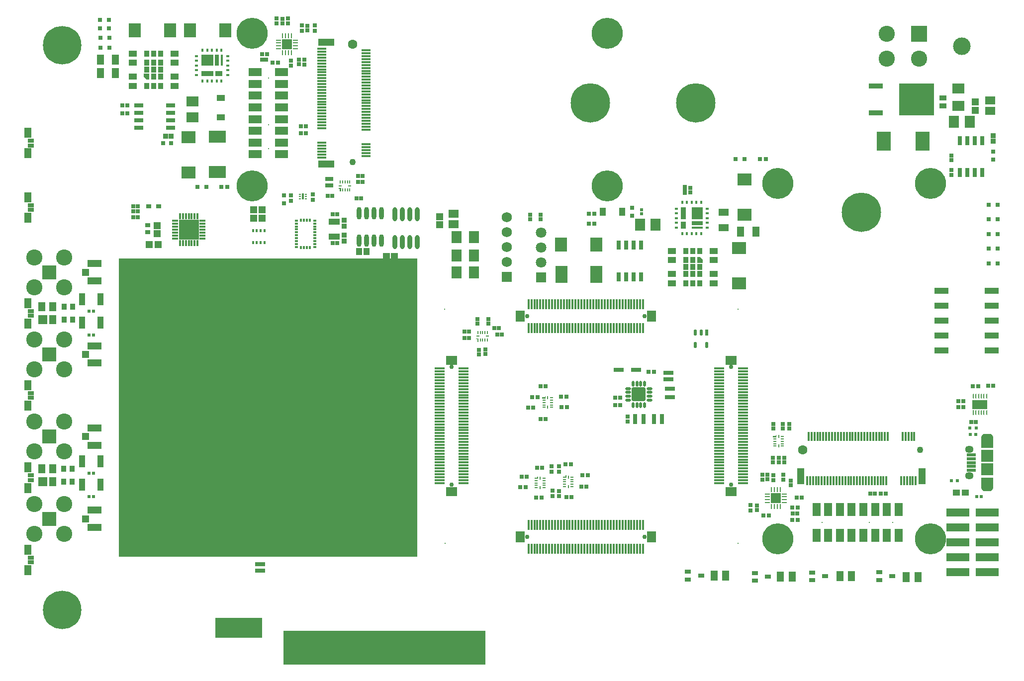
<source format=gts>
G04*
G04 #@! TF.GenerationSoftware,Altium Limited,Altium Designer,24.4.1 (13)*
G04*
G04 Layer_Color=8388736*
%FSLAX44Y44*%
%MOMM*%
G71*
G04*
G04 #@! TF.SameCoordinates,75237DE2-01F3-4C27-A3DE-89F3B29B8300*
G04*
G04*
G04 #@! TF.FilePolarity,Negative*
G04*
G01*
G75*
%ADD47R,0.5321X1.0383*%
G04:AMPARAMS|DCode=48|XSize=1.0383mm|YSize=0.5321mm|CornerRadius=0.2661mm|HoleSize=0mm|Usage=FLASHONLY|Rotation=270.000|XOffset=0mm|YOffset=0mm|HoleType=Round|Shape=RoundedRectangle|*
%AMROUNDEDRECTD48*
21,1,1.0383,0.0000,0,0,270.0*
21,1,0.5061,0.5321,0,0,270.0*
1,1,0.5321,0.0000,-0.2531*
1,1,0.5321,0.0000,0.2531*
1,1,0.5321,0.0000,0.2531*
1,1,0.5321,0.0000,-0.2531*
%
%ADD48ROUNDEDRECTD48*%
%ADD54R,0.3500X0.5000*%
%ADD59R,0.9000X0.7500*%
%ADD63R,0.9000X0.8000*%
%ADD70R,1.1546X1.7062*%
%ADD71R,1.1000X1.3500*%
%ADD72R,1.9900X2.3300*%
%ADD73R,0.7393X0.6725*%
%ADD75R,0.9000X1.0000*%
%ADD76C,0.7413*%
%ADD77R,1.4000X1.0000*%
G04:AMPARAMS|DCode=78|XSize=1.55mm|YSize=0.6mm|CornerRadius=0.051mm|HoleSize=0mm|Usage=FLASHONLY|Rotation=90.000|XOffset=0mm|YOffset=0mm|HoleType=Round|Shape=RoundedRectangle|*
%AMROUNDEDRECTD78*
21,1,1.5500,0.4980,0,0,90.0*
21,1,1.4480,0.6000,0,0,90.0*
1,1,0.1020,0.2490,0.7240*
1,1,0.1020,0.2490,-0.7240*
1,1,0.1020,-0.2490,-0.7240*
1,1,0.1020,-0.2490,0.7240*
%
%ADD78ROUNDEDRECTD78*%
%ADD79R,0.6682X0.6725*%
%ADD80R,2.4000X3.3000*%
%ADD81R,0.5000X0.5000*%
%ADD82R,1.3061X1.0582*%
%ADD83R,0.4750X0.5000*%
%ADD84R,2.4400X1.1300*%
%ADD85R,0.2225X0.8397*%
G04:AMPARAMS|DCode=86|XSize=0.8397mm|YSize=0.2225mm|CornerRadius=0.1112mm|HoleSize=0mm|Usage=FLASHONLY|Rotation=90.000|XOffset=0mm|YOffset=0mm|HoleType=Round|Shape=RoundedRectangle|*
%AMROUNDEDRECTD86*
21,1,0.8397,0.0000,0,0,90.0*
21,1,0.6172,0.2225,0,0,90.0*
1,1,0.2225,0.0000,0.3086*
1,1,0.2225,0.0000,-0.3086*
1,1,0.2225,0.0000,-0.3086*
1,1,0.2225,0.0000,0.3086*
%
%ADD86ROUNDEDRECTD86*%
%ADD92R,1.9000X1.1000*%
%ADD93R,0.8890X1.2954*%
%ADD94R,0.8890X2.1082*%
%ADD95R,1.8796X2.1082*%
%ADD96R,1.8796X0.6604*%
%ADD97R,1.8796X0.3556*%
%ADD98R,0.3302X0.5080*%
%ADD99R,0.5080X0.3302*%
%ADD102R,5.9182X5.5118*%
%ADD103R,2.4892X0.9398*%
%ADD104R,3.0000X2.0000*%
%ADD105R,2.3300X1.9900*%
%ADD106R,0.3000X1.5500*%
%ADD107R,1.2000X2.7500*%
%ADD108R,0.8128X0.2540*%
%ADD109R,0.2540X0.8128*%
%ADD110R,1.8034X1.8034*%
%ADD111R,0.8000X0.8000*%
%ADD116R,0.5811X0.5121*%
G04:AMPARAMS|DCode=118|XSize=1.55mm|YSize=0.6mm|CornerRadius=0.051mm|HoleSize=0mm|Usage=FLASHONLY|Rotation=0.000|XOffset=0mm|YOffset=0mm|HoleType=Round|Shape=RoundedRectangle|*
%AMROUNDEDRECTD118*
21,1,1.5500,0.4980,0,0,0.0*
21,1,1.4480,0.6000,0,0,0.0*
1,1,0.1020,0.7240,-0.2490*
1,1,0.1020,-0.7240,-0.2490*
1,1,0.1020,-0.7240,0.2490*
1,1,0.1020,0.7240,0.2490*
%
%ADD118ROUNDEDRECTD118*%
%ADD120R,0.7000X0.7000*%
%ADD122R,0.7000X0.7000*%
%ADD125R,0.3700X0.2400*%
%ADD126R,0.4000X1.0800*%
%ADD131R,1.5500X0.3000*%
%ADD132R,2.7500X1.2000*%
%ADD133R,1.2954X0.8890*%
%ADD134R,2.1082X0.8890*%
%ADD135R,2.1082X1.8796*%
%ADD136R,0.6604X1.8796*%
%ADD137R,0.3556X1.8796*%
%ADD138R,0.7154X0.6725*%
%ADD139R,0.5121X0.5811*%
%ADD140R,1.7062X1.1546*%
%ADD141R,2.0000X3.0000*%
%ADD143R,1.3500X1.1000*%
%ADD144R,0.6725X0.7393*%
%ADD145R,0.6725X0.7154*%
%ADD148R,0.5250X0.4000*%
%ADD149R,0.5250X0.4000*%
%ADD150R,0.3000X0.5250*%
%ADD151R,0.3000X0.5250*%
%ADD152R,8.0000X3.4500*%
%ADD153R,34.4000X5.8500*%
%ADD154R,1.7531X0.4531*%
%ADD155R,1.9032X1.5532*%
%ADD156R,1.5532X1.9032*%
%ADD157R,0.4531X1.7531*%
%ADD158R,1.6532X1.3532*%
%ADD159R,1.1032X0.7032*%
%ADD160R,1.2032X0.9232*%
%ADD161R,0.9144X4.3942*%
%ADD162R,0.9144X3.4036*%
%ADD163R,1.1532X1.6532*%
%ADD164R,0.8532X0.8032*%
%ADD165R,1.0032X1.1532*%
%ADD166O,0.8032X2.4032*%
%ADD167O,0.8032X2.1032*%
%ADD168R,2.0032X0.4532*%
%ADD169R,1.2032X1.6032*%
%ADD170R,1.6032X1.6032*%
%ADD171R,1.3232X2.3082*%
%ADD172R,1.2532X1.2032*%
%ADD173R,2.4032X1.2532*%
%ADD174R,0.9032X1.1032*%
%ADD175R,1.1532X1.1532*%
%ADD176R,1.1032X0.4632*%
%ADD177R,0.4632X1.1032*%
%ADD178R,3.4532X3.4532*%
%ADD179R,1.0532X0.5032*%
%ADD180R,1.6532X2.1032*%
%ADD181R,1.7032X2.0532*%
%ADD182R,2.5500X1.6500*%
%ADD183R,0.6532X0.6532*%
%ADD184R,0.9232X0.9232*%
%ADD185R,3.8832X1.4732*%
G04:AMPARAMS|DCode=186|XSize=0.5032mm|YSize=0.9532mm|CornerRadius=0.1511mm|HoleSize=0mm|Usage=FLASHONLY|Rotation=180.000|XOffset=0mm|YOffset=0mm|HoleType=Round|Shape=RoundedRectangle|*
%AMROUNDEDRECTD186*
21,1,0.5032,0.6510,0,0,180.0*
21,1,0.2010,0.9532,0,0,180.0*
1,1,0.3022,-0.1005,0.3255*
1,1,0.3022,0.1005,0.3255*
1,1,0.3022,0.1005,-0.3255*
1,1,0.3022,-0.1005,-0.3255*
%
%ADD186ROUNDEDRECTD186*%
G04:AMPARAMS|DCode=187|XSize=0.5032mm|YSize=0.9532mm|CornerRadius=0.1511mm|HoleSize=0mm|Usage=FLASHONLY|Rotation=90.000|XOffset=0mm|YOffset=0mm|HoleType=Round|Shape=RoundedRectangle|*
%AMROUNDEDRECTD187*
21,1,0.5032,0.6510,0,0,90.0*
21,1,0.2010,0.9532,0,0,90.0*
1,1,0.3022,0.3255,0.1005*
1,1,0.3022,0.3255,-0.1005*
1,1,0.3022,-0.3255,-0.1005*
1,1,0.3022,-0.3255,0.1005*
%
%ADD187ROUNDEDRECTD187*%
G04:AMPARAMS|DCode=188|XSize=2.3032mm|YSize=2.3032mm|CornerRadius=0.1541mm|HoleSize=0mm|Usage=FLASHONLY|Rotation=90.000|XOffset=0mm|YOffset=0mm|HoleType=Round|Shape=RoundedRectangle|*
%AMROUNDEDRECTD188*
21,1,2.3032,1.9950,0,0,90.0*
21,1,1.9950,2.3032,0,0,90.0*
1,1,0.3082,0.9975,0.9975*
1,1,0.3082,0.9975,-0.9975*
1,1,0.3082,-0.9975,-0.9975*
1,1,0.3082,-0.9975,0.9975*
%
%ADD188ROUNDEDRECTD188*%
%ADD189R,2.1032X2.0032*%
%ADD190R,1.5532X0.6032*%
%ADD191C,0.1800*%
%ADD192R,0.6000X0.2000*%
%ADD193R,0.2000X0.6000*%
%ADD194R,1.0032X0.7032*%
%ADD195R,1.2032X1.7032*%
%ADD196R,0.6532X0.6532*%
%ADD197R,0.7532X0.7532*%
%ADD198R,0.8032X0.8532*%
%ADD199R,0.8832X0.8432*%
%ADD200R,1.2532X1.3032*%
%ADD201R,0.8432X0.8832*%
%ADD202R,1.3032X1.2532*%
%ADD203R,2.3082X1.3232*%
%ADD204R,0.7032X0.6532*%
%ADD205R,0.6000X0.2000*%
%ADD206R,0.2000X0.6000*%
%ADD207R,0.6532X0.7032*%
%ADD208R,0.7532X0.7532*%
%ADD209R,2.0532X1.7032*%
%ADD210R,2.1032X1.6532*%
%ADD211R,2.1032X1.7782*%
%ADD212R,2.4532X2.4532*%
%ADD213C,2.7532*%
%ADD214C,0.7534*%
%ADD215C,6.2992*%
%ADD216C,2.7432*%
%ADD217C,0.2032*%
%ADD218C,2.7500*%
%ADD219R,2.7500X2.7500*%
%ADD220C,2.9972*%
%ADD221C,1.7532*%
%ADD222R,1.7532X1.7532*%
%ADD223C,1.8032*%
%ADD224R,1.8032X1.8032*%
%ADD225O,2.1032X1.4032*%
%ADD226O,1.4532X1.2532*%
%ADD227C,1.1000*%
%ADD228C,1.6000*%
%ADD229C,6.7032*%
%ADD230C,6.5532*%
%ADD231R,0.2032X0.2032*%
%ADD232C,5.2832*%
G36*
X223500Y998000D02*
X219000D01*
X214500Y1002500D01*
Y1008000D01*
X223500D01*
Y998000D01*
D02*
G37*
G36*
X550000Y807500D02*
X548000D01*
Y812000D01*
X546000D01*
Y813500D01*
X550000D01*
Y807500D01*
D02*
G37*
G36*
X1165500Y691500D02*
Y686000D01*
X1156500D01*
Y696000D01*
X1161000D01*
X1165500Y691500D01*
D02*
G37*
G36*
X784000Y551500D02*
X782000D01*
Y556000D01*
X780000D01*
Y557500D01*
X784000D01*
Y551500D01*
D02*
G37*
G36*
X898500Y455000D02*
X892500D01*
Y457000D01*
X897000D01*
Y459000D01*
X898500D01*
Y455000D01*
D02*
G37*
G36*
X1291500Y389000D02*
X1285500D01*
Y391000D01*
X1290000D01*
Y393000D01*
X1291500D01*
Y389000D01*
D02*
G37*
G36*
X933500Y320000D02*
X927500D01*
Y322000D01*
X932000D01*
Y324000D01*
X933500D01*
Y320000D01*
D02*
G37*
G36*
X885500Y318000D02*
X879500D01*
Y320000D01*
X884000D01*
Y322000D01*
X885500D01*
Y318000D01*
D02*
G37*
G36*
X679500Y185500D02*
X172000D01*
Y693000D01*
X679500D01*
Y185500D01*
D02*
G37*
D47*
X1172383Y567662D02*
D03*
D48*
X1153382D02*
D03*
X1172383Y546338D02*
D03*
X1153382D02*
D03*
X1162883Y567662D02*
D03*
D54*
X413071Y720741D02*
D03*
X419571D02*
D03*
Y741241D02*
D03*
X413071D02*
D03*
X406571D02*
D03*
X400071D02*
D03*
X406571Y720741D02*
D03*
X400071D02*
D03*
D59*
X220853Y738025D02*
D03*
Y750025D02*
D03*
D63*
X239853Y782525D02*
D03*
X222853D02*
D03*
D70*
X1230484Y739000D02*
D03*
X1256000D02*
D03*
X140242Y1009000D02*
D03*
X165758D02*
D03*
X140242Y1032000D02*
D03*
X165758D02*
D03*
D71*
X1028500Y773000D02*
D03*
X995500D02*
D03*
D72*
X924800Y717000D02*
D03*
X985000D02*
D03*
X353100Y1082000D02*
D03*
X292900D02*
D03*
X259100Y1082000D02*
D03*
X198900D02*
D03*
D73*
X981027Y769500D02*
D03*
X971695D02*
D03*
D75*
X1137000Y691000D02*
D03*
X1149000D02*
D03*
X1137000Y667000D02*
D03*
X1149000D02*
D03*
X1161000D02*
D03*
X1137000Y679000D02*
D03*
X1149000D02*
D03*
X1161000D02*
D03*
Y651500D02*
D03*
X1149000D02*
D03*
X1137000D02*
D03*
Y706500D02*
D03*
X1149000D02*
D03*
X1161000D02*
D03*
X243000Y1003000D02*
D03*
Y1027000D02*
D03*
X231000D02*
D03*
X219000D02*
D03*
X243000Y1015000D02*
D03*
X219000D02*
D03*
Y1042500D02*
D03*
X231000D02*
D03*
X243000D02*
D03*
Y987500D02*
D03*
X231000D02*
D03*
X219000D02*
D03*
X231000Y1015000D02*
D03*
Y1003000D02*
D03*
D76*
X1160620Y690556D02*
D03*
X219380Y1003444D02*
D03*
D77*
X1113500Y651500D02*
D03*
Y667000D02*
D03*
Y691000D02*
D03*
Y706500D02*
D03*
X1184500Y667000D02*
D03*
Y651500D02*
D03*
Y691000D02*
D03*
Y706500D02*
D03*
X266500Y1042500D02*
D03*
Y1027000D02*
D03*
Y1003000D02*
D03*
Y987500D02*
D03*
X195500Y1027000D02*
D03*
Y1042500D02*
D03*
Y1003000D02*
D03*
Y987500D02*
D03*
D78*
X1022630Y662000D02*
D03*
X1035330D02*
D03*
X1060730Y716000D02*
D03*
X1048030D02*
D03*
X1035330D02*
D03*
X1022630D02*
D03*
X1048030Y662000D02*
D03*
X1060730D02*
D03*
X1642050Y840000D02*
D03*
X1629350D02*
D03*
X1603950Y894000D02*
D03*
X1616650D02*
D03*
X1629350D02*
D03*
X1642050D02*
D03*
X1616650Y840000D02*
D03*
X1603950D02*
D03*
D79*
X1262979Y863000D02*
D03*
X1273021D02*
D03*
X356021Y815000D02*
D03*
X345979D02*
D03*
D80*
X1474000Y893000D02*
D03*
X1540000D02*
D03*
D81*
X1631000Y394000D02*
D03*
X1621000D02*
D03*
X1589000Y315000D02*
D03*
X1599000D02*
D03*
D82*
X1597239Y295000D02*
D03*
X1612761D02*
D03*
D83*
X1620875Y405000D02*
D03*
X1631125D02*
D03*
D84*
X1658000Y536700D02*
D03*
Y562100D02*
D03*
Y587500D02*
D03*
Y612900D02*
D03*
Y638300D02*
D03*
X1572000D02*
D03*
Y612900D02*
D03*
Y587500D02*
D03*
Y562100D02*
D03*
Y536700D02*
D03*
D85*
X1626500Y430690D02*
D03*
D86*
X1631000D02*
D03*
X1635500D02*
D03*
X1640000D02*
D03*
X1644500D02*
D03*
X1649000D02*
D03*
Y459000D02*
D03*
X1644500D02*
D03*
X1640000D02*
D03*
X1635500D02*
D03*
X1631000D02*
D03*
X1626500D02*
D03*
D92*
X538591Y756000D02*
D03*
Y731000D02*
D03*
D93*
X1133000Y750250D02*
D03*
D94*
Y770250D02*
D03*
D95*
X1156100D02*
D03*
D96*
Y753650D02*
D03*
D97*
Y745550D02*
D03*
D98*
X1163000Y735834D02*
D03*
X1155000D02*
D03*
X1147000D02*
D03*
X1139000D02*
D03*
X1131000D02*
D03*
Y788666D02*
D03*
X1139000D02*
D03*
X1147000D02*
D03*
X1155000D02*
D03*
X1163000D02*
D03*
X346416Y995584D02*
D03*
X338416D02*
D03*
X330416D02*
D03*
X322416D02*
D03*
X314416D02*
D03*
Y1048416D02*
D03*
X322416D02*
D03*
X330416D02*
D03*
X338416D02*
D03*
X346416D02*
D03*
D99*
X1120584Y746250D02*
D03*
Y754250D02*
D03*
Y762250D02*
D03*
Y770250D02*
D03*
Y778250D02*
D03*
X1173416D02*
D03*
Y770250D02*
D03*
Y762250D02*
D03*
Y754250D02*
D03*
Y746250D02*
D03*
X356832Y1038000D02*
D03*
Y1030000D02*
D03*
Y1022000D02*
D03*
Y1014000D02*
D03*
Y1006000D02*
D03*
X304000D02*
D03*
Y1014000D02*
D03*
Y1022000D02*
D03*
Y1030000D02*
D03*
Y1038000D02*
D03*
D102*
X1529653Y964000D02*
D03*
D103*
X1460438Y941140D02*
D03*
Y986860D02*
D03*
D104*
X339124Y840590D02*
D03*
Y900590D02*
D03*
D105*
X1228000Y650900D02*
D03*
Y711100D02*
D03*
X1237000Y767900D02*
D03*
Y828100D02*
D03*
X290000Y900100D02*
D03*
Y839900D02*
D03*
D106*
X1528500Y315000D02*
D03*
X1523500D02*
D03*
X1518500D02*
D03*
X1513500D02*
D03*
X1508500D02*
D03*
X1503500D02*
D03*
X1526000Y390500D02*
D03*
X1521000D02*
D03*
X1516000D02*
D03*
X1511000D02*
D03*
X1506000D02*
D03*
X1478500Y315000D02*
D03*
X1476000Y390500D02*
D03*
X1473500Y315000D02*
D03*
X1471000Y390500D02*
D03*
X1468500Y315000D02*
D03*
X1466000Y390500D02*
D03*
X1463500Y315000D02*
D03*
X1461000Y390500D02*
D03*
X1458500Y315000D02*
D03*
X1456000Y390500D02*
D03*
X1453500Y315000D02*
D03*
X1451000Y390500D02*
D03*
X1448500Y315000D02*
D03*
X1446000Y390500D02*
D03*
X1443500Y315000D02*
D03*
X1441000Y390500D02*
D03*
X1438500Y315000D02*
D03*
X1436000Y390500D02*
D03*
X1433500Y315000D02*
D03*
X1431000Y390500D02*
D03*
X1428500Y315000D02*
D03*
X1426000Y390500D02*
D03*
X1423500Y315000D02*
D03*
X1421000Y390500D02*
D03*
X1418500Y315000D02*
D03*
X1416000Y390500D02*
D03*
X1413500Y315000D02*
D03*
X1411000Y390500D02*
D03*
X1408500Y315000D02*
D03*
X1406000Y390500D02*
D03*
X1403500Y315000D02*
D03*
X1401000Y390500D02*
D03*
X1398500Y315000D02*
D03*
X1396000Y390500D02*
D03*
X1393500Y315000D02*
D03*
X1391000Y390500D02*
D03*
X1388500Y315000D02*
D03*
X1386000Y390500D02*
D03*
X1383500Y315000D02*
D03*
X1381000Y390500D02*
D03*
X1378500Y315000D02*
D03*
X1376000Y390500D02*
D03*
X1373500Y315000D02*
D03*
X1371000Y390500D02*
D03*
X1368500Y315000D02*
D03*
X1366000Y390500D02*
D03*
X1363500Y315000D02*
D03*
X1361000Y390500D02*
D03*
X1358500Y315000D02*
D03*
X1356000Y390500D02*
D03*
X1353500Y315000D02*
D03*
X1351000Y390500D02*
D03*
X1348500Y315000D02*
D03*
X1346000Y390500D02*
D03*
X1343500Y315000D02*
D03*
X1481000Y390500D02*
D03*
D107*
X1539500Y322750D02*
D03*
X1332500D02*
D03*
D108*
X443522Y1065500D02*
D03*
Y1060500D02*
D03*
Y1055500D02*
D03*
Y1050500D02*
D03*
X472478D02*
D03*
Y1055500D02*
D03*
Y1060500D02*
D03*
Y1065500D02*
D03*
X1304478Y292500D02*
D03*
Y287500D02*
D03*
Y282500D02*
D03*
Y277500D02*
D03*
X1275522D02*
D03*
Y282500D02*
D03*
Y287500D02*
D03*
Y292500D02*
D03*
D109*
X450500Y1043522D02*
D03*
X455500D02*
D03*
X460500D02*
D03*
X465500D02*
D03*
Y1072478D02*
D03*
X460500D02*
D03*
X455500D02*
D03*
X450500D02*
D03*
X1282500Y299478D02*
D03*
X1287500D02*
D03*
X1292500D02*
D03*
X1297500D02*
D03*
Y270522D02*
D03*
X1292500D02*
D03*
X1287500D02*
D03*
X1282500D02*
D03*
D110*
X458000Y1058000D02*
D03*
X1290000Y285000D02*
D03*
D111*
X1652500Y785000D02*
D03*
X1667500D02*
D03*
Y735000D02*
D03*
X1652500D02*
D03*
X1667500Y710000D02*
D03*
X1652500D02*
D03*
X1667500Y685000D02*
D03*
X1652500D02*
D03*
X140000Y1100000D02*
D03*
X155000D02*
D03*
X1652500Y760000D02*
D03*
X1667500D02*
D03*
X1237000Y863000D02*
D03*
X1222000D02*
D03*
X305500Y815000D02*
D03*
X320500D02*
D03*
X155500Y1052000D02*
D03*
X140500D02*
D03*
X155500Y1069500D02*
D03*
X140500D02*
D03*
X155000Y1085000D02*
D03*
X140000D02*
D03*
D116*
X121345Y328000D02*
D03*
X128655D02*
D03*
Y563000D02*
D03*
X121345D02*
D03*
X128655Y288000D02*
D03*
X121345D02*
D03*
X128655Y604000D02*
D03*
X121345D02*
D03*
X1639655Y288000D02*
D03*
X1632345D02*
D03*
D118*
X205500Y954050D02*
D03*
Y941350D02*
D03*
X259500Y915950D02*
D03*
Y928650D02*
D03*
Y941350D02*
D03*
X205500Y928650D02*
D03*
Y915950D02*
D03*
X259500Y954050D02*
D03*
D120*
X247000Y890000D02*
D03*
X261000D02*
D03*
D122*
X1660000Y861870D02*
D03*
Y875870D02*
D03*
X1046000Y766000D02*
D03*
Y780000D02*
D03*
X453000Y787000D02*
D03*
Y801000D02*
D03*
D125*
X479850Y803026D02*
D03*
Y799026D02*
D03*
Y795026D02*
D03*
X490150D02*
D03*
Y799026D02*
D03*
Y803026D02*
D03*
D126*
X485000Y799026D02*
D03*
D131*
X592750Y913000D02*
D03*
X517250Y1050500D02*
D03*
X592750Y1048000D02*
D03*
X517250Y1045500D02*
D03*
X592750Y1043000D02*
D03*
X517250Y1040500D02*
D03*
X592750Y1038000D02*
D03*
X517250Y1035500D02*
D03*
X592750Y1033000D02*
D03*
X517250Y1030500D02*
D03*
X592750Y1028000D02*
D03*
X517250Y1025500D02*
D03*
X592750Y1023000D02*
D03*
X517250Y1020500D02*
D03*
X592750Y1018000D02*
D03*
X517250Y1015500D02*
D03*
X592750Y1013000D02*
D03*
X517250Y1010500D02*
D03*
X592750Y1008000D02*
D03*
X517250Y1005500D02*
D03*
X592750Y1003000D02*
D03*
X517250Y1000500D02*
D03*
X592750Y998000D02*
D03*
X517250Y995500D02*
D03*
X592750Y993000D02*
D03*
X517250Y990500D02*
D03*
X592750Y988000D02*
D03*
X517250Y985500D02*
D03*
X592750Y983000D02*
D03*
X517250Y980500D02*
D03*
X592750Y978000D02*
D03*
X517250Y975500D02*
D03*
X592750Y973000D02*
D03*
X517250Y970500D02*
D03*
X592750Y968000D02*
D03*
X517250Y965500D02*
D03*
X592750Y963000D02*
D03*
X517250Y960500D02*
D03*
X592750Y958000D02*
D03*
X517250Y955500D02*
D03*
X592750Y953000D02*
D03*
X517250Y950500D02*
D03*
X592750Y948000D02*
D03*
X517250Y945500D02*
D03*
X592750Y943000D02*
D03*
X517250Y940500D02*
D03*
X592750Y938000D02*
D03*
X517250Y935500D02*
D03*
X592750Y933000D02*
D03*
X517250Y930500D02*
D03*
X592750Y928000D02*
D03*
X517250Y925500D02*
D03*
X592750Y923000D02*
D03*
X517250Y920500D02*
D03*
X592750Y918000D02*
D03*
X517250Y915500D02*
D03*
X592750Y888000D02*
D03*
Y883000D02*
D03*
Y878000D02*
D03*
Y873000D02*
D03*
Y868000D02*
D03*
X517250Y890500D02*
D03*
Y885500D02*
D03*
Y880500D02*
D03*
Y875500D02*
D03*
Y870500D02*
D03*
Y865500D02*
D03*
D132*
X525000Y1061500D02*
D03*
Y854500D02*
D03*
D133*
X342416Y1008000D02*
D03*
D134*
X322416D02*
D03*
D135*
Y1031100D02*
D03*
D136*
X339016D02*
D03*
D137*
X347116D02*
D03*
D138*
X981146Y752500D02*
D03*
X971575D02*
D03*
D139*
X1062000Y769345D02*
D03*
Y776655D02*
D03*
D140*
X1201000Y771758D02*
D03*
Y746242D02*
D03*
D141*
X925000Y666000D02*
D03*
X985000D02*
D03*
D143*
X345000Y966500D02*
D03*
Y933500D02*
D03*
D144*
X502000Y802666D02*
D03*
Y793334D02*
D03*
D145*
X465000Y791214D02*
D03*
Y800786D02*
D03*
D148*
X473966Y758000D02*
D03*
X473966Y748000D02*
D03*
X473966Y738000D02*
D03*
Y733000D02*
D03*
X473966Y723000D02*
D03*
X473966Y713000D02*
D03*
X505216Y758000D02*
D03*
X505216Y748000D02*
D03*
X505216Y738000D02*
D03*
Y733000D02*
D03*
X505216Y723000D02*
D03*
X505216Y713000D02*
D03*
D149*
X473966Y753000D02*
D03*
Y743000D02*
D03*
Y728000D02*
D03*
Y718000D02*
D03*
X505216Y753000D02*
D03*
Y743000D02*
D03*
Y728000D02*
D03*
Y718000D02*
D03*
D150*
X497091Y758625D02*
D03*
X482091D02*
D03*
Y712375D02*
D03*
X497091D02*
D03*
D151*
X492091Y758625D02*
D03*
X487091D02*
D03*
X487091Y712375D02*
D03*
X492091D02*
D03*
D152*
X376000Y64626D02*
D03*
D153*
X624000Y30626D02*
D03*
D154*
X1234624Y315932D02*
D03*
X1194126Y450930D02*
D03*
Y315932D02*
D03*
Y310930D02*
D03*
X1234624D02*
D03*
Y335932D02*
D03*
Y360930D02*
D03*
Y385932D02*
D03*
Y410930D02*
D03*
Y435931D02*
D03*
Y460930D02*
D03*
Y485931D02*
D03*
X1194126Y335932D02*
D03*
Y360930D02*
D03*
Y385932D02*
D03*
Y410930D02*
D03*
Y435931D02*
D03*
Y460930D02*
D03*
Y485931D02*
D03*
Y320930D02*
D03*
X1234624D02*
D03*
X1194126Y455931D02*
D03*
X1234624Y420930D02*
D03*
Y405932D02*
D03*
X1194126Y465931D02*
D03*
X1234624Y505931D02*
D03*
X1194126Y480930D02*
D03*
Y505931D02*
D03*
Y490930D02*
D03*
X1234624Y390930D02*
D03*
Y425932D02*
D03*
Y500930D02*
D03*
X1194126Y495931D02*
D03*
X1234624Y395932D02*
D03*
Y480930D02*
D03*
Y465931D02*
D03*
Y490930D02*
D03*
Y415932D02*
D03*
Y400930D02*
D03*
Y430930D02*
D03*
Y445931D02*
D03*
Y450930D02*
D03*
Y475931D02*
D03*
Y440930D02*
D03*
X1194126Y500930D02*
D03*
X1234624Y495931D02*
D03*
X1194126Y475931D02*
D03*
X1234624Y375932D02*
D03*
Y380930D02*
D03*
Y470930D02*
D03*
Y455931D02*
D03*
X1194126Y440930D02*
D03*
Y445931D02*
D03*
X1234624Y345932D02*
D03*
X1194126Y405932D02*
D03*
Y395932D02*
D03*
X1234624Y330930D02*
D03*
X1194126Y420930D02*
D03*
Y380930D02*
D03*
Y370930D02*
D03*
Y350930D02*
D03*
X1234624Y340930D02*
D03*
Y365932D02*
D03*
X1194126Y415932D02*
D03*
Y470930D02*
D03*
Y340930D02*
D03*
Y330930D02*
D03*
X1234624Y325932D02*
D03*
Y355932D02*
D03*
Y370930D02*
D03*
Y350930D02*
D03*
X1194126Y390930D02*
D03*
Y400930D02*
D03*
Y345932D02*
D03*
Y375932D02*
D03*
Y355932D02*
D03*
Y325932D02*
D03*
Y365932D02*
D03*
Y430930D02*
D03*
Y425932D02*
D03*
X717899Y500955D02*
D03*
X758397Y365956D02*
D03*
Y500955D02*
D03*
Y505956D02*
D03*
X717899D02*
D03*
Y480955D02*
D03*
Y455956D02*
D03*
Y430955D02*
D03*
Y405956D02*
D03*
Y380955D02*
D03*
Y355956D02*
D03*
Y330955D02*
D03*
X758397Y480955D02*
D03*
Y455956D02*
D03*
Y430955D02*
D03*
Y405956D02*
D03*
Y380955D02*
D03*
Y355956D02*
D03*
Y330955D02*
D03*
Y495956D02*
D03*
X717899D02*
D03*
X758397Y360955D02*
D03*
X717899Y395956D02*
D03*
Y410955D02*
D03*
X758397Y350955D02*
D03*
X717899Y310955D02*
D03*
X758397Y335956D02*
D03*
Y310955D02*
D03*
Y325956D02*
D03*
X717899Y425956D02*
D03*
Y390955D02*
D03*
Y315956D02*
D03*
X758397Y320955D02*
D03*
X717899Y420955D02*
D03*
Y335956D02*
D03*
Y350955D02*
D03*
Y325956D02*
D03*
Y400955D02*
D03*
Y415956D02*
D03*
Y385956D02*
D03*
Y370955D02*
D03*
Y365956D02*
D03*
Y340955D02*
D03*
Y375956D02*
D03*
X758397Y315956D02*
D03*
X717899Y320955D02*
D03*
X758397Y340955D02*
D03*
X717899Y440955D02*
D03*
Y435956D02*
D03*
Y345956D02*
D03*
Y360955D02*
D03*
X758397Y375956D02*
D03*
Y370955D02*
D03*
X717899Y470955D02*
D03*
X758397Y410955D02*
D03*
Y420955D02*
D03*
X717899Y485956D02*
D03*
X758397Y395956D02*
D03*
Y435956D02*
D03*
Y445956D02*
D03*
Y465956D02*
D03*
X717899Y475956D02*
D03*
Y450955D02*
D03*
X758397Y400955D02*
D03*
Y345956D02*
D03*
Y475956D02*
D03*
Y485956D02*
D03*
X717899Y490955D02*
D03*
Y460955D02*
D03*
Y445956D02*
D03*
Y465956D02*
D03*
X758397Y425956D02*
D03*
Y415956D02*
D03*
Y470955D02*
D03*
Y440955D02*
D03*
Y460955D02*
D03*
Y490955D02*
D03*
Y450955D02*
D03*
Y385956D02*
D03*
Y390955D02*
D03*
D155*
X1214261Y296693D02*
D03*
Y520193D02*
D03*
X738261D02*
D03*
Y296693D02*
D03*
D156*
X855011Y595193D02*
D03*
X1078511D02*
D03*
Y219193D02*
D03*
X855011D02*
D03*
D157*
X949273Y575058D02*
D03*
X944274D02*
D03*
X1009273D02*
D03*
X1049273D02*
D03*
X1019273D02*
D03*
X999273D02*
D03*
X1029273D02*
D03*
X974274D02*
D03*
X984274D02*
D03*
X1024274Y615556D02*
D03*
X1004274D02*
D03*
X1019273D02*
D03*
X1049273D02*
D03*
X1044274Y575058D02*
D03*
X1034274D02*
D03*
X904275D02*
D03*
X959273D02*
D03*
X1009273Y615556D02*
D03*
X1034274D02*
D03*
X1024274Y575058D02*
D03*
X1004274D02*
D03*
X994274D02*
D03*
X954274D02*
D03*
X1044274Y615556D02*
D03*
X979273Y575058D02*
D03*
X969273D02*
D03*
X1029273Y615556D02*
D03*
X929273Y575058D02*
D03*
X934274D02*
D03*
X919273Y615556D02*
D03*
X904275D02*
D03*
X994274D02*
D03*
X999273D02*
D03*
X899273Y575058D02*
D03*
X879273Y615556D02*
D03*
X874275Y575058D02*
D03*
X934274Y615556D02*
D03*
X899273D02*
D03*
X924274D02*
D03*
X929273D02*
D03*
X944274D02*
D03*
X974274D02*
D03*
X959273D02*
D03*
X884275D02*
D03*
X909273D02*
D03*
X894275D02*
D03*
X979273D02*
D03*
X879273Y575058D02*
D03*
X874275Y615556D02*
D03*
X949273D02*
D03*
X984274D02*
D03*
X884275Y575058D02*
D03*
X869273D02*
D03*
X894275D02*
D03*
X869273Y615556D02*
D03*
X909273Y575058D02*
D03*
X969273Y615556D02*
D03*
X954274D02*
D03*
X919273Y575058D02*
D03*
X1054274Y615556D02*
D03*
Y575058D02*
D03*
X889273D02*
D03*
X914274D02*
D03*
X939273D02*
D03*
X964274D02*
D03*
X989273D02*
D03*
X1014274D02*
D03*
X1039273D02*
D03*
X889273Y615556D02*
D03*
X914274D02*
D03*
X939273D02*
D03*
X964274D02*
D03*
X989273D02*
D03*
X1014274D02*
D03*
X1039273D02*
D03*
X1064274D02*
D03*
Y575058D02*
D03*
X1059273D02*
D03*
X924274D02*
D03*
X1059273Y615556D02*
D03*
X984249Y239329D02*
D03*
X989248D02*
D03*
X924250D02*
D03*
X884250D02*
D03*
X914250D02*
D03*
X934250D02*
D03*
X904250D02*
D03*
X959248D02*
D03*
X949248D02*
D03*
X909248Y198831D02*
D03*
X929248D02*
D03*
X914250D02*
D03*
X884250D02*
D03*
X889249Y239329D02*
D03*
X899248D02*
D03*
X1029248D02*
D03*
X974250D02*
D03*
X924250Y198831D02*
D03*
X899248D02*
D03*
X909248Y239329D02*
D03*
X929248D02*
D03*
X939248D02*
D03*
X979248D02*
D03*
X889249Y198831D02*
D03*
X954250Y239329D02*
D03*
X964250D02*
D03*
X904250Y198831D02*
D03*
X1004249Y239329D02*
D03*
X999248D02*
D03*
X1014249Y198831D02*
D03*
X1029248D02*
D03*
X939248D02*
D03*
X934250D02*
D03*
X1034249Y239329D02*
D03*
X1054249Y198831D02*
D03*
X1059248Y239329D02*
D03*
X999248Y198831D02*
D03*
X1034249D02*
D03*
X1009248D02*
D03*
X1004249D02*
D03*
X989248D02*
D03*
X959248D02*
D03*
X974250D02*
D03*
X1049248D02*
D03*
X1024249D02*
D03*
X1039248D02*
D03*
X954250D02*
D03*
X1054249Y239329D02*
D03*
X1059248Y198831D02*
D03*
X984249D02*
D03*
X949248D02*
D03*
X1049248Y239329D02*
D03*
X1064249D02*
D03*
X1039248D02*
D03*
X1064249Y198831D02*
D03*
X1024249Y239329D02*
D03*
X964250Y198831D02*
D03*
X979248D02*
D03*
X1014249Y239329D02*
D03*
X879249Y198831D02*
D03*
Y239329D02*
D03*
X1044249D02*
D03*
X1019248D02*
D03*
X994249D02*
D03*
X969248D02*
D03*
X944250D02*
D03*
X919248D02*
D03*
X894250D02*
D03*
X1044249Y198831D02*
D03*
X1019248D02*
D03*
X994249D02*
D03*
X969248D02*
D03*
X944250D02*
D03*
X919248D02*
D03*
X894250D02*
D03*
X869249D02*
D03*
Y239329D02*
D03*
X874250D02*
D03*
X1009248D02*
D03*
X874250Y198831D02*
D03*
D158*
X741638Y751500D02*
D03*
Y769500D02*
D03*
X1655000Y963000D02*
D03*
Y945000D02*
D03*
D159*
X1351950Y158507D02*
D03*
Y145507D02*
D03*
X1374450Y152007D02*
D03*
X1163110Y153186D02*
D03*
X1140610Y146686D02*
D03*
Y159686D02*
D03*
X1276860Y151186D02*
D03*
X1254360Y144686D02*
D03*
Y157686D02*
D03*
X1488700Y152507D02*
D03*
X1466200Y146007D02*
D03*
Y159007D02*
D03*
D160*
X1575000Y953100D02*
D03*
Y966900D02*
D03*
D161*
X649000Y37376D02*
D03*
X629000D02*
D03*
X599000D02*
D03*
X719000D02*
D03*
X489000D02*
D03*
X519000D02*
D03*
X679000D02*
D03*
X689000D02*
D03*
X729000D02*
D03*
X759000D02*
D03*
X559000D02*
D03*
X509000D02*
D03*
X499000D02*
D03*
X769000D02*
D03*
X589000D02*
D03*
X539000D02*
D03*
X549000D02*
D03*
X609000D02*
D03*
X619000D02*
D03*
X659000D02*
D03*
X669000D02*
D03*
X699000D02*
D03*
X709000D02*
D03*
X739000D02*
D03*
X749000D02*
D03*
X639000D02*
D03*
X529000D02*
D03*
X459000D02*
D03*
X469000D02*
D03*
X479000D02*
D03*
X789000D02*
D03*
D162*
X779000Y42329D02*
D03*
D163*
X1419200Y152007D02*
D03*
X1399200D02*
D03*
X1297860Y151186D02*
D03*
X1317860D02*
D03*
X1184860Y153186D02*
D03*
X1204860D02*
D03*
X1512200Y151007D02*
D03*
X1532200D02*
D03*
D164*
X416250Y162000D02*
D03*
X407750D02*
D03*
X416250Y173000D02*
D03*
X407750D02*
D03*
X1056250Y504000D02*
D03*
X1047750D02*
D03*
X1105750Y472000D02*
D03*
X1114250D02*
D03*
X1105750Y457000D02*
D03*
X1114250D02*
D03*
X1102750Y499000D02*
D03*
X1111250D02*
D03*
X1102750Y488000D02*
D03*
X1111250D02*
D03*
X1027250Y504000D02*
D03*
X1018750D02*
D03*
D165*
X580750Y705000D02*
D03*
X593250D02*
D03*
D166*
X680050Y769000D02*
D03*
X667350D02*
D03*
X654650D02*
D03*
X641950D02*
D03*
X680050Y721000D02*
D03*
X667350D02*
D03*
X654650D02*
D03*
X641950D02*
D03*
D167*
X619050Y770500D02*
D03*
X606350D02*
D03*
X593650D02*
D03*
X580950D02*
D03*
X619050Y723500D02*
D03*
X606350D02*
D03*
X593650D02*
D03*
X580950D02*
D03*
D168*
X606350Y460913D02*
D03*
X646350D02*
D03*
Y455833D02*
D03*
X606350D02*
D03*
X646350Y450753D02*
D03*
X606350D02*
D03*
X646350Y445673D02*
D03*
X606350D02*
D03*
X646350Y440593D02*
D03*
X606350D02*
D03*
X646350Y435513D02*
D03*
X606350D02*
D03*
X646350Y430433D02*
D03*
X606350D02*
D03*
X646350Y425353D02*
D03*
X606350D02*
D03*
X646350Y420273D02*
D03*
X606350D02*
D03*
X646350Y415193D02*
D03*
X606350D02*
D03*
Y460913D02*
D03*
X646350D02*
D03*
Y455833D02*
D03*
X606350D02*
D03*
X646350Y450753D02*
D03*
X606350D02*
D03*
X646350Y445673D02*
D03*
X606350D02*
D03*
X646350Y440593D02*
D03*
X606350D02*
D03*
X646350Y435513D02*
D03*
X606350D02*
D03*
X646350Y430433D02*
D03*
X606350D02*
D03*
X646350Y425353D02*
D03*
X606350D02*
D03*
X646350Y420273D02*
D03*
X606350D02*
D03*
X646350Y415193D02*
D03*
X606350D02*
D03*
D169*
X40500Y335000D02*
D03*
X59500D02*
D03*
Y313000D02*
D03*
Y589000D02*
D03*
Y611000D02*
D03*
X40500D02*
D03*
D170*
X42500Y313000D02*
D03*
Y589000D02*
D03*
D171*
X1439376Y266000D02*
D03*
X1459376D02*
D03*
X1479376D02*
D03*
X1499376D02*
D03*
X1439376Y221550D02*
D03*
X1479376D02*
D03*
X1459376D02*
D03*
X1499376D02*
D03*
X1359376Y266000D02*
D03*
X1459376D02*
D03*
X1479376D02*
D03*
X1499376D02*
D03*
X1439376Y221550D02*
D03*
X1479376D02*
D03*
X1459376D02*
D03*
X1499376D02*
D03*
X1359376D02*
D03*
X1419376D02*
D03*
X1399376D02*
D03*
X1379376D02*
D03*
X1439376Y266000D02*
D03*
X1419376D02*
D03*
X1399376D02*
D03*
X1379376D02*
D03*
D172*
X114750Y250000D02*
D03*
Y530000D02*
D03*
Y390000D02*
D03*
Y670000D02*
D03*
D173*
X130000Y235250D02*
D03*
Y264750D02*
D03*
Y515250D02*
D03*
Y544750D02*
D03*
Y404750D02*
D03*
Y375250D02*
D03*
Y684750D02*
D03*
Y655250D02*
D03*
D174*
X78000Y313000D02*
D03*
X92000D02*
D03*
X79000Y589000D02*
D03*
X93000D02*
D03*
X92000Y335000D02*
D03*
X78000D02*
D03*
X79000Y611000D02*
D03*
X93000D02*
D03*
D175*
X238353Y717525D02*
D03*
X223353D02*
D03*
D176*
X267603Y727525D02*
D03*
Y732525D02*
D03*
Y757525D02*
D03*
Y752525D02*
D03*
Y747525D02*
D03*
Y742525D02*
D03*
Y737525D02*
D03*
X314103Y727525D02*
D03*
Y732525D02*
D03*
Y737525D02*
D03*
Y742525D02*
D03*
Y747525D02*
D03*
Y752525D02*
D03*
Y757525D02*
D03*
D177*
X275853Y719275D02*
D03*
X280853D02*
D03*
X285853D02*
D03*
X290853D02*
D03*
X295853D02*
D03*
X300853D02*
D03*
X305853D02*
D03*
X305853Y765775D02*
D03*
X300853D02*
D03*
X295853D02*
D03*
X290853D02*
D03*
X285853D02*
D03*
X280853D02*
D03*
X275853D02*
D03*
D178*
X290853Y742525D02*
D03*
D179*
X140750Y300500D02*
D03*
Y305500D02*
D03*
Y310500D02*
D03*
Y315500D02*
D03*
X109250D02*
D03*
Y310500D02*
D03*
Y305500D02*
D03*
Y300500D02*
D03*
Y616500D02*
D03*
Y621500D02*
D03*
Y626500D02*
D03*
Y631500D02*
D03*
X140750D02*
D03*
Y626500D02*
D03*
Y621500D02*
D03*
Y616500D02*
D03*
Y576500D02*
D03*
Y581500D02*
D03*
Y586500D02*
D03*
Y591500D02*
D03*
X109250D02*
D03*
Y586500D02*
D03*
Y581500D02*
D03*
Y576500D02*
D03*
X140750Y340500D02*
D03*
Y345500D02*
D03*
Y350500D02*
D03*
Y355500D02*
D03*
X109250D02*
D03*
Y350500D02*
D03*
Y345500D02*
D03*
Y340500D02*
D03*
D180*
X746750Y669500D02*
D03*
X776250D02*
D03*
X746750Y729500D02*
D03*
X776250D02*
D03*
Y698500D02*
D03*
X746750D02*
D03*
D181*
X1058750Y751000D02*
D03*
X1085250D02*
D03*
X1593750Y926000D02*
D03*
X1620250D02*
D03*
D182*
X1637750Y444845D02*
D03*
D183*
X204353Y763525D02*
D03*
X196353D02*
D03*
X178000Y941000D02*
D03*
X186000D02*
D03*
X178000Y954000D02*
D03*
X186000D02*
D03*
X204353Y773525D02*
D03*
X196353D02*
D03*
X204353Y782525D02*
D03*
X196353D02*
D03*
X482000Y919000D02*
D03*
X490000D02*
D03*
X1459000Y293000D02*
D03*
X1451000D02*
D03*
X482000Y907000D02*
D03*
X490000D02*
D03*
X1469000Y293000D02*
D03*
X1477000D02*
D03*
X535591Y719500D02*
D03*
X543591D02*
D03*
X535591Y768500D02*
D03*
X543591D02*
D03*
D184*
X555591Y748400D02*
D03*
Y758600D02*
D03*
Y733600D02*
D03*
Y723400D02*
D03*
D185*
X1600250Y260800D02*
D03*
Y235400D02*
D03*
Y210000D02*
D03*
Y184600D02*
D03*
Y159200D02*
D03*
X1649750D02*
D03*
Y260800D02*
D03*
Y235400D02*
D03*
Y210000D02*
D03*
Y184600D02*
D03*
D186*
X1047250Y443750D02*
D03*
X1053750D02*
D03*
X1060250D02*
D03*
X1066750D02*
D03*
Y480250D02*
D03*
X1060250D02*
D03*
X1053750D02*
D03*
X1047250D02*
D03*
D187*
X1075250Y452250D02*
D03*
Y458750D02*
D03*
Y465250D02*
D03*
Y471750D02*
D03*
X1038750D02*
D03*
Y465250D02*
D03*
Y458750D02*
D03*
Y452250D02*
D03*
D188*
X1057000Y462000D02*
D03*
D189*
X1650000Y357250D02*
D03*
Y334250D02*
D03*
D190*
X1623250Y332750D02*
D03*
Y339250D02*
D03*
Y358750D02*
D03*
Y345750D02*
D03*
Y352250D02*
D03*
D191*
X549000Y812500D02*
D03*
X1290500Y390000D02*
D03*
X783000Y556500D02*
D03*
X897500Y456000D02*
D03*
X932500Y321000D02*
D03*
X884500Y319000D02*
D03*
D192*
X549000Y817000D02*
D03*
X565000D02*
D03*
X783000Y561000D02*
D03*
X799000D02*
D03*
D193*
X553000Y810500D02*
D03*
X557000D02*
D03*
X561000D02*
D03*
X565000D02*
D03*
Y823500D02*
D03*
X561000D02*
D03*
X557000D02*
D03*
X553000D02*
D03*
X549000D02*
D03*
X787000Y554500D02*
D03*
X791000D02*
D03*
X795000D02*
D03*
X799000D02*
D03*
Y567500D02*
D03*
X795000D02*
D03*
X791000D02*
D03*
X787000D02*
D03*
X783000D02*
D03*
D194*
X22000Y464000D02*
D03*
Y456000D02*
D03*
Y184000D02*
D03*
Y176000D02*
D03*
Y324000D02*
D03*
Y316000D02*
D03*
Y604000D02*
D03*
Y596000D02*
D03*
Y784000D02*
D03*
Y776000D02*
D03*
Y894000D02*
D03*
Y886000D02*
D03*
D195*
X17000Y477500D02*
D03*
Y442500D02*
D03*
Y197500D02*
D03*
Y162500D02*
D03*
Y337500D02*
D03*
Y302500D02*
D03*
Y617500D02*
D03*
Y582500D02*
D03*
Y797500D02*
D03*
Y762500D02*
D03*
Y907500D02*
D03*
Y872500D02*
D03*
D196*
X890000Y760000D02*
D03*
Y768000D02*
D03*
X872000Y760000D02*
D03*
Y768000D02*
D03*
X1589000Y861000D02*
D03*
Y869000D02*
D03*
Y844000D02*
D03*
Y836000D02*
D03*
X1145000Y806000D02*
D03*
Y814000D02*
D03*
D197*
X1267000Y325500D02*
D03*
Y316500D02*
D03*
X1038000Y424500D02*
D03*
Y415500D02*
D03*
X460000Y1102500D02*
D03*
Y1093500D02*
D03*
X1247000Y273500D02*
D03*
Y264500D02*
D03*
X1286000Y315500D02*
D03*
Y324500D02*
D03*
X1303000Y316500D02*
D03*
Y325500D02*
D03*
X440000Y1093500D02*
D03*
Y1102500D02*
D03*
X488000Y1032500D02*
D03*
Y1023500D02*
D03*
X483000Y1081500D02*
D03*
Y1090500D02*
D03*
X465000Y1030500D02*
D03*
Y1021500D02*
D03*
X505000Y1081500D02*
D03*
Y1090500D02*
D03*
X921000Y339500D02*
D03*
Y330500D02*
D03*
Y288500D02*
D03*
Y297500D02*
D03*
X908000Y339500D02*
D03*
Y330500D02*
D03*
X910000Y289000D02*
D03*
Y298000D02*
D03*
D198*
X1135000Y805750D02*
D03*
Y814250D02*
D03*
X1065000Y424250D02*
D03*
Y415750D02*
D03*
X1051000Y424250D02*
D03*
Y415750D02*
D03*
X1096000Y424250D02*
D03*
Y415750D02*
D03*
X1083000Y424250D02*
D03*
Y415750D02*
D03*
D199*
X260400Y902000D02*
D03*
X251600D02*
D03*
D200*
X627000Y697000D02*
D03*
X641000D02*
D03*
X401447Y761987D02*
D03*
X415448D02*
D03*
X401286Y776425D02*
D03*
X415286D02*
D03*
D201*
X1660000Y893600D02*
D03*
Y902400D02*
D03*
D202*
X237353Y749525D02*
D03*
Y735525D02*
D03*
X717827Y764735D02*
D03*
Y750735D02*
D03*
X1630000Y960000D02*
D03*
Y946000D02*
D03*
D203*
X448500Y990876D02*
D03*
Y970876D02*
D03*
Y950876D02*
D03*
Y930876D02*
D03*
X404050Y990876D02*
D03*
Y970876D02*
D03*
Y950876D02*
D03*
Y1010876D02*
D03*
Y870876D02*
D03*
Y910876D02*
D03*
Y890876D02*
D03*
Y930876D02*
D03*
X448500Y870876D02*
D03*
Y890876D02*
D03*
Y910876D02*
D03*
Y1010876D02*
D03*
Y930876D02*
D03*
Y910876D02*
D03*
Y890876D02*
D03*
Y870876D02*
D03*
X404050Y930876D02*
D03*
Y890876D02*
D03*
Y910876D02*
D03*
Y870876D02*
D03*
D204*
X415250Y1032000D02*
D03*
X422750D02*
D03*
X1319250Y259000D02*
D03*
X1326750D02*
D03*
X526250Y829000D02*
D03*
X533750D02*
D03*
X527250Y800000D02*
D03*
X534750D02*
D03*
X586750Y834000D02*
D03*
X579250D02*
D03*
X583750Y796000D02*
D03*
X576250D02*
D03*
X533750Y818000D02*
D03*
X526250D02*
D03*
X579250Y824000D02*
D03*
X586750D02*
D03*
X1623250Y415000D02*
D03*
X1630750D02*
D03*
X823750Y564000D02*
D03*
X816250D02*
D03*
X818750Y575000D02*
D03*
X811250D02*
D03*
X760250Y569000D02*
D03*
X767750D02*
D03*
X760250Y558000D02*
D03*
X767750D02*
D03*
D205*
X1301500Y390000D02*
D03*
Y386000D02*
D03*
Y382000D02*
D03*
Y378000D02*
D03*
Y374000D02*
D03*
X1288500D02*
D03*
Y378000D02*
D03*
Y382000D02*
D03*
Y386000D02*
D03*
X908500Y456000D02*
D03*
Y452000D02*
D03*
Y448000D02*
D03*
Y444000D02*
D03*
Y440000D02*
D03*
X895500D02*
D03*
Y444000D02*
D03*
Y448000D02*
D03*
Y452000D02*
D03*
X943500Y321000D02*
D03*
Y317000D02*
D03*
Y313000D02*
D03*
Y309000D02*
D03*
Y305000D02*
D03*
X930500D02*
D03*
Y309000D02*
D03*
Y313000D02*
D03*
Y317000D02*
D03*
X895500Y319000D02*
D03*
Y315000D02*
D03*
Y311000D02*
D03*
Y307000D02*
D03*
Y303000D02*
D03*
X882500D02*
D03*
Y307000D02*
D03*
Y311000D02*
D03*
Y315000D02*
D03*
D206*
X1295000Y374000D02*
D03*
Y390000D02*
D03*
X902000Y440000D02*
D03*
Y456000D02*
D03*
X937000Y305000D02*
D03*
Y321000D02*
D03*
X889000Y303000D02*
D03*
Y319000D02*
D03*
D207*
X1295000Y353750D02*
D03*
Y346250D02*
D03*
X1302000Y404250D02*
D03*
Y411750D02*
D03*
X1285000Y346250D02*
D03*
Y353750D02*
D03*
X1305000Y346250D02*
D03*
Y353750D02*
D03*
X1286000Y411750D02*
D03*
Y404250D02*
D03*
X1313000Y411750D02*
D03*
Y404250D02*
D03*
X1258000Y272750D02*
D03*
Y265250D02*
D03*
X1316000Y307250D02*
D03*
Y314750D02*
D03*
X1276000Y317250D02*
D03*
Y324750D02*
D03*
X450000Y1094250D02*
D03*
Y1101750D02*
D03*
X493000Y1082250D02*
D03*
Y1089750D02*
D03*
X478000Y1031750D02*
D03*
Y1024250D02*
D03*
X796000Y538250D02*
D03*
Y530750D02*
D03*
X801000Y582250D02*
D03*
Y589750D02*
D03*
X785000Y537750D02*
D03*
Y530250D02*
D03*
X782000Y582250D02*
D03*
Y589750D02*
D03*
D208*
X1325500Y286000D02*
D03*
X1334500D02*
D03*
X1318500Y248000D02*
D03*
X1327500D02*
D03*
X1318500Y269000D02*
D03*
X1327500D02*
D03*
X1278500Y256000D02*
D03*
X1269500D02*
D03*
X442500Y1027000D02*
D03*
X433500D02*
D03*
X424500Y1041000D02*
D03*
X415500D02*
D03*
X868500Y439000D02*
D03*
X877500D02*
D03*
X1016500Y456000D02*
D03*
X1025500D02*
D03*
X1016500Y444000D02*
D03*
X1025500D02*
D03*
X1082500Y500000D02*
D03*
X1073500D02*
D03*
X933500Y458000D02*
D03*
X924500D02*
D03*
X889500Y420000D02*
D03*
X898500D02*
D03*
X889500Y476000D02*
D03*
X898500D02*
D03*
X934500Y440000D02*
D03*
X925500D02*
D03*
X875500Y457000D02*
D03*
X884500D02*
D03*
X932500Y343000D02*
D03*
X941500D02*
D03*
X933500Y287000D02*
D03*
X942500D02*
D03*
X883500Y337000D02*
D03*
X892500D02*
D03*
X882500Y286000D02*
D03*
X891500D02*
D03*
X1600750Y450000D02*
D03*
X1609750D02*
D03*
X970000Y324000D02*
D03*
X961000D02*
D03*
X968000Y305000D02*
D03*
X959000D02*
D03*
X857500Y322000D02*
D03*
X866500D02*
D03*
X855500Y304000D02*
D03*
X864500D02*
D03*
X1600750Y440000D02*
D03*
X1609750D02*
D03*
X1634500Y476000D02*
D03*
X1625500D02*
D03*
X1651500Y477000D02*
D03*
X1660500D02*
D03*
D209*
X297500Y960750D02*
D03*
Y934250D02*
D03*
D210*
X1601000Y982750D02*
D03*
Y953250D02*
D03*
D211*
X1649998Y311873D02*
D03*
X1650002Y379627D02*
D03*
D212*
X53500Y250000D02*
D03*
X53500Y390000D02*
D03*
Y530000D02*
D03*
X53500Y670000D02*
D03*
D213*
X28100Y275400D02*
D03*
Y224600D02*
D03*
X78900D02*
D03*
Y275400D02*
D03*
X28100Y415400D02*
D03*
X28100Y364600D02*
D03*
X78900Y364600D02*
D03*
X78900Y415400D02*
D03*
X28100Y555400D02*
D03*
Y504600D02*
D03*
X78900D02*
D03*
Y555400D02*
D03*
X28100Y695400D02*
D03*
Y644600D02*
D03*
X78900D02*
D03*
Y695400D02*
D03*
D214*
X1214375Y308431D02*
D03*
Y508431D02*
D03*
X866774Y595307D02*
D03*
X1066774D02*
D03*
X738148Y508455D02*
D03*
Y308456D02*
D03*
X1066749Y219080D02*
D03*
X866749D02*
D03*
D215*
X584550Y620426D02*
D03*
X273800Y651160D02*
D03*
X267450Y240080D02*
D03*
X585225Y255074D02*
D03*
D216*
X487040Y208000D02*
D03*
X548000D02*
D03*
X223000Y641000D02*
D03*
Y438000D02*
D03*
Y235000D02*
D03*
X629000D02*
D03*
Y641000D02*
D03*
X608000Y208000D02*
D03*
X578000D02*
D03*
X517520D02*
D03*
X487040D02*
D03*
X548000D02*
D03*
X578000D02*
D03*
X223000Y641000D02*
D03*
X608000Y208000D02*
D03*
X223000Y235000D02*
D03*
X629000Y641000D02*
D03*
X223000Y438000D02*
D03*
X517520Y208000D02*
D03*
X629000Y235000D02*
D03*
D217*
X1489376Y243775D02*
D03*
X1449376D02*
D03*
X1489376D02*
D03*
X1369376D02*
D03*
X426275Y1000876D02*
D03*
Y880876D02*
D03*
D03*
Y920876D02*
D03*
D218*
X1478882Y1034000D02*
D03*
Y1075910D02*
D03*
X1534000Y1034000D02*
D03*
D219*
Y1075910D02*
D03*
D220*
X1606898Y1054955D02*
D03*
D221*
X832000Y712800D02*
D03*
Y738200D02*
D03*
Y687400D02*
D03*
Y763600D02*
D03*
D222*
Y662000D02*
D03*
D223*
X891000Y687000D02*
D03*
Y712400D02*
D03*
Y737800D02*
D03*
D224*
Y661600D02*
D03*
D225*
X1650000Y304000D02*
D03*
Y387500D02*
D03*
D226*
X1620000Y368000D02*
D03*
Y323500D02*
D03*
D227*
X1536000Y367750D02*
D03*
X570000Y858000D02*
D03*
D228*
X1336000Y367750D02*
D03*
X570000Y1058000D02*
D03*
D229*
X1436000Y772000D02*
D03*
X974250Y958000D02*
D03*
X1154000D02*
D03*
D230*
X75000Y1057000D02*
D03*
X75000Y95000D02*
D03*
D231*
X1226110Y208497D02*
D03*
X726746Y607277D02*
D03*
X727000Y208497D02*
D03*
X1226110Y607277D02*
D03*
D232*
X1553426Y216075D02*
D03*
X1293426Y821075D02*
D03*
X1553426D02*
D03*
X1293426Y216075D02*
D03*
X398575Y816826D02*
D03*
X1003575Y1076826D02*
D03*
Y816826D02*
D03*
X398575Y1076826D02*
D03*
M02*

</source>
